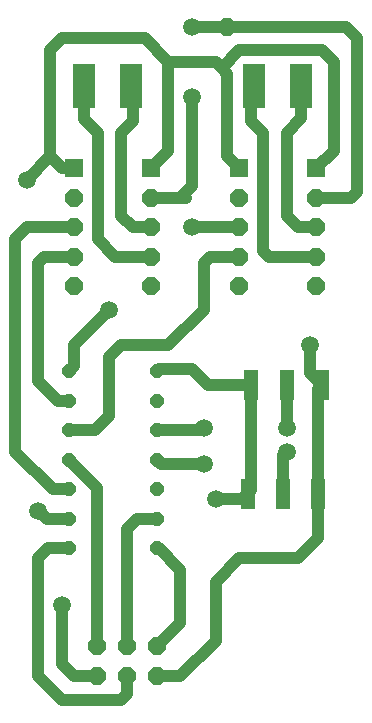
<source format=gbr>
G04 EAGLE Gerber RS-274X export*
G75*
%MOMM*%
%FSLAX34Y34*%
%LPD*%
%INBottom Copper*%
%IPPOS*%
%AMOC8*
5,1,8,0,0,1.08239X$1,22.5*%
G01*
%ADD10P,1.649562X8X22.500000*%
%ADD11R,1.930400X3.810000*%
%ADD12R,1.270000X2.540000*%
%ADD13R,1.508000X1.508000*%
%ADD14P,1.632244X8X22.500000*%
%ADD15P,1.199288X8X22.500000*%
%ADD16C,1.016000*%
%ADD17C,1.500000*%


D10*
X99200Y49900D03*
X99200Y75300D03*
X124600Y49900D03*
X124600Y75300D03*
X150000Y49900D03*
X150000Y75300D03*
D11*
X88600Y550000D03*
X128600Y550000D03*
X232600Y550000D03*
X272600Y550000D03*
D12*
X257000Y204600D03*
X287000Y204600D03*
X227000Y204600D03*
X260000Y296500D03*
X290000Y296500D03*
X230000Y296500D03*
D13*
X80000Y480000D03*
X145000Y480000D03*
D14*
X80000Y455000D03*
X145000Y455000D03*
X80000Y430000D03*
X145000Y430000D03*
X80000Y405000D03*
X145000Y405000D03*
X80000Y380000D03*
X145000Y380000D03*
D13*
X220000Y480000D03*
X285000Y480000D03*
D14*
X220000Y455000D03*
X285000Y455000D03*
X220000Y430000D03*
X285000Y430000D03*
X220000Y405000D03*
X285000Y405000D03*
X220000Y380000D03*
X285000Y380000D03*
D15*
X75500Y308100D03*
X150500Y308100D03*
X75500Y283100D03*
X75500Y258100D03*
X75500Y233100D03*
X75500Y208100D03*
X75500Y183100D03*
X75500Y158100D03*
X150500Y283100D03*
X150500Y258100D03*
X150500Y233100D03*
X150500Y208100D03*
X150500Y183100D03*
X150500Y158100D03*
D10*
X210000Y600000D03*
D16*
X193500Y296500D02*
X230000Y296500D01*
X193500Y296500D02*
X180000Y310000D01*
X152400Y310000D01*
X150500Y308100D01*
X230000Y296500D02*
X230000Y207600D01*
X227000Y204600D01*
X222400Y200000D01*
X200000Y200000D01*
D17*
X200000Y200000D03*
D16*
X60000Y490000D02*
X60000Y580000D01*
X60000Y490000D02*
X70000Y480000D01*
X80000Y480000D01*
X160000Y495000D02*
X160000Y570000D01*
X160000Y495000D02*
X145000Y480000D01*
X160000Y570000D02*
X200000Y570000D01*
X205000Y565000D01*
X210000Y560000D01*
X210000Y490000D01*
X220000Y480000D01*
X205000Y565000D02*
X220000Y580000D01*
X290000Y580000D01*
X300000Y570000D01*
X300000Y495000D01*
X285000Y480000D01*
X70000Y590000D02*
X60000Y580000D01*
X70000Y590000D02*
X140000Y590000D01*
X160000Y570000D01*
X99200Y49900D02*
X80100Y49900D01*
X70000Y60000D01*
X70000Y110000D01*
D17*
X70000Y110000D03*
D16*
X40000Y470000D02*
X60000Y490000D01*
D17*
X40000Y470000D03*
D16*
X150100Y50000D02*
X150000Y49900D01*
X150100Y50000D02*
X170000Y50000D01*
X200000Y80000D01*
X200000Y130000D02*
X220000Y150000D01*
X270000Y150000D01*
X287000Y167000D01*
X287000Y204600D01*
X200000Y130000D02*
X200000Y80000D01*
X287000Y204600D02*
X287000Y293500D01*
X290000Y296500D01*
X80000Y312600D02*
X75500Y308100D01*
X80000Y312600D02*
X80000Y330000D01*
X110000Y360000D01*
D17*
X110000Y360000D03*
D16*
X280000Y306500D02*
X290000Y296500D01*
X280000Y306500D02*
X280000Y330000D01*
D17*
X280000Y330000D03*
D16*
X58100Y158100D02*
X50000Y150000D01*
X58100Y158100D02*
X75500Y158100D01*
X124600Y49900D02*
X124600Y34600D01*
X120000Y30000D01*
X70000Y30000D01*
X50000Y50000D01*
X50000Y150000D01*
X124600Y174600D02*
X124600Y75300D01*
X133100Y183100D02*
X150500Y183100D01*
X133100Y183100D02*
X124600Y174600D01*
X170000Y95300D02*
X150000Y75300D01*
X150500Y158100D02*
X151900Y158100D01*
X170000Y140000D02*
X170000Y95300D01*
X170000Y140000D02*
X151900Y158100D01*
X99200Y209400D02*
X99200Y75300D01*
X99200Y209400D02*
X75500Y233100D01*
X130000Y430000D02*
X145000Y430000D01*
X130000Y430000D02*
X120000Y440000D01*
X120000Y510000D02*
X130000Y520000D01*
X130000Y548600D01*
X128600Y550000D01*
X120000Y510000D02*
X120000Y440000D01*
X115000Y405000D02*
X145000Y405000D01*
X115000Y405000D02*
X100000Y420000D01*
X100000Y510000D01*
X88600Y521400D02*
X88600Y550000D01*
X88600Y521400D02*
X100000Y510000D01*
X270000Y430000D02*
X285000Y430000D01*
X270000Y430000D02*
X260000Y440000D01*
X260000Y510000D01*
X272600Y522600D02*
X272600Y550000D01*
X272600Y522600D02*
X260000Y510000D01*
X245000Y405000D02*
X285000Y405000D01*
X245000Y405000D02*
X240000Y410000D01*
X240000Y510000D01*
X230000Y520000D01*
X230000Y547400D01*
X232600Y550000D01*
X80000Y430000D02*
X40000Y430000D01*
X30000Y420000D01*
X30000Y240000D01*
X61900Y208100D02*
X75500Y208100D01*
X61900Y208100D02*
X30000Y240000D01*
X180000Y430000D02*
X220000Y430000D01*
D17*
X180000Y430000D03*
X50000Y190000D03*
D16*
X56900Y183100D02*
X75500Y183100D01*
X56900Y183100D02*
X50000Y190000D01*
X55000Y405000D02*
X80000Y405000D01*
X55000Y405000D02*
X50000Y400000D01*
X50000Y300000D01*
X66900Y283100D02*
X75500Y283100D01*
X66900Y283100D02*
X50000Y300000D01*
X195000Y405000D02*
X220000Y405000D01*
X195000Y405000D02*
X190000Y400000D01*
X190000Y360000D01*
X160000Y330000D02*
X120000Y330000D01*
X110000Y320000D01*
X110000Y270000D01*
X98100Y258100D01*
X75500Y258100D01*
X160000Y330000D02*
X190000Y360000D01*
X260000Y296500D02*
X260000Y260000D01*
D17*
X260000Y260000D03*
X190000Y260000D03*
D16*
X188100Y258100D01*
X150500Y258100D01*
X257000Y237000D02*
X257000Y204600D01*
X257000Y237000D02*
X260000Y240000D01*
D17*
X260000Y240000D03*
X190000Y230000D03*
D16*
X153600Y230000D01*
X150500Y233100D01*
X145000Y455000D02*
X170000Y455000D01*
X175000Y455000D01*
X170000Y455000D02*
X180000Y465000D01*
X180000Y540000D01*
D17*
X180000Y540000D03*
X180000Y600000D03*
D16*
X210000Y600000D01*
X285000Y455000D02*
X315000Y455000D01*
X320000Y460000D01*
X320000Y590000D01*
X310000Y600000D01*
X210000Y600000D01*
M02*

</source>
